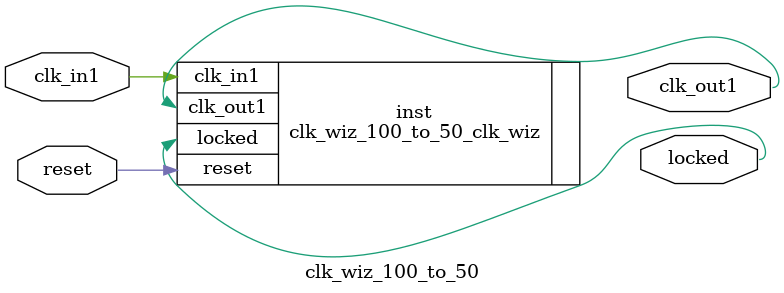
<source format=v>


`timescale 1ps/1ps

(* CORE_GENERATION_INFO = "clk_wiz_100_to_50,clk_wiz_v6_0_12_0_0,{component_name=clk_wiz_100_to_50,use_phase_alignment=true,use_min_o_jitter=false,use_max_i_jitter=false,use_dyn_phase_shift=false,use_inclk_switchover=false,use_dyn_reconfig=false,enable_axi=0,feedback_source=FDBK_AUTO,PRIMITIVE=MMCM,num_out_clk=1,clkin1_period=10.000,clkin2_period=10.000,use_power_down=false,use_reset=true,use_locked=true,use_inclk_stopped=false,feedback_type=SINGLE,CLOCK_MGR_TYPE=NA,manual_override=false}" *)

module clk_wiz_100_to_50 
 (
  // Clock out ports
  output        clk_out1,
  // Status and control signals
  input         reset,
  output        locked,
 // Clock in ports
  input         clk_in1
 );

  clk_wiz_100_to_50_clk_wiz inst
  (
  // Clock out ports  
  .clk_out1(clk_out1),
  // Status and control signals               
  .reset(reset), 
  .locked(locked),
 // Clock in ports
  .clk_in1(clk_in1)
  );

endmodule

</source>
